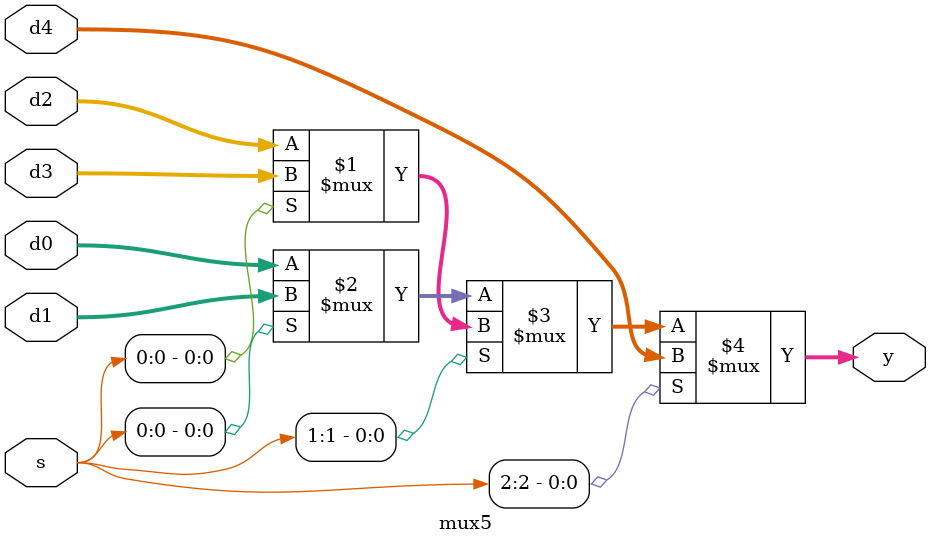
<source format=sv>
module mux5 #(parameter WIDTH = 8)
   (input  logic [WIDTH-1:0] d0, d1, d2, d3, d4,
    input  logic [2:0]       s,
    output logic [WIDTH-1:0] y);

   assign y = s[2] ? d4 : (s[1] ? (s[0] ? d3 : d2) : (s[0] ? d1 : d0));
endmodule

</source>
